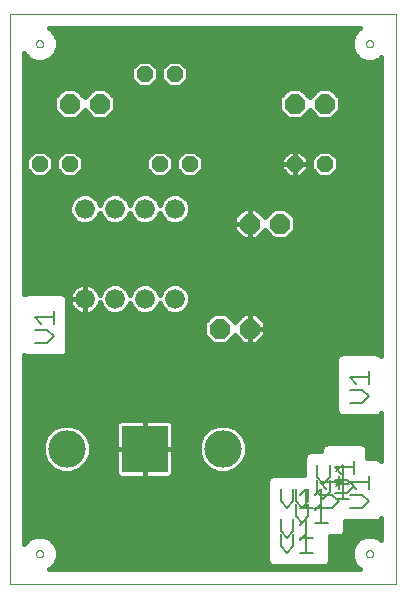
<source format=gtl>
G75*
%MOIN*%
%OFA0B0*%
%FSLAX25Y25*%
%IPPOS*%
%LPD*%
%AMOC8*
5,1,8,0,0,1.08239X$1,22.5*
%
%ADD10C,0.00000*%
%ADD11C,0.00600*%
%ADD12R,0.15600X0.15600*%
%ADD13C,0.12500*%
%ADD14OC8,0.06600*%
%ADD15C,0.06600*%
%ADD16OC8,0.05200*%
%ADD17C,0.01600*%
%ADD18R,0.04000X0.04000*%
D10*
X0006800Y0006800D02*
X0006800Y0196761D01*
X0135501Y0196761D01*
X0135501Y0006800D01*
X0006800Y0006800D01*
X0015600Y0016800D02*
X0015602Y0016869D01*
X0015608Y0016938D01*
X0015618Y0017006D01*
X0015632Y0017074D01*
X0015649Y0017141D01*
X0015671Y0017207D01*
X0015696Y0017271D01*
X0015725Y0017334D01*
X0015758Y0017395D01*
X0015794Y0017454D01*
X0015833Y0017511D01*
X0015876Y0017565D01*
X0015921Y0017617D01*
X0015970Y0017667D01*
X0016021Y0017713D01*
X0016075Y0017756D01*
X0016132Y0017797D01*
X0016190Y0017833D01*
X0016251Y0017867D01*
X0016313Y0017897D01*
X0016377Y0017923D01*
X0016442Y0017945D01*
X0016509Y0017964D01*
X0016577Y0017979D01*
X0016645Y0017990D01*
X0016714Y0017997D01*
X0016783Y0018000D01*
X0016852Y0017999D01*
X0016921Y0017994D01*
X0016989Y0017985D01*
X0017057Y0017972D01*
X0017124Y0017955D01*
X0017191Y0017935D01*
X0017255Y0017910D01*
X0017318Y0017882D01*
X0017380Y0017851D01*
X0017439Y0017815D01*
X0017497Y0017777D01*
X0017552Y0017735D01*
X0017605Y0017690D01*
X0017655Y0017642D01*
X0017702Y0017592D01*
X0017746Y0017538D01*
X0017787Y0017483D01*
X0017825Y0017425D01*
X0017859Y0017365D01*
X0017890Y0017303D01*
X0017917Y0017239D01*
X0017940Y0017174D01*
X0017960Y0017108D01*
X0017976Y0017040D01*
X0017988Y0016972D01*
X0017996Y0016904D01*
X0018000Y0016835D01*
X0018000Y0016765D01*
X0017996Y0016696D01*
X0017988Y0016628D01*
X0017976Y0016560D01*
X0017960Y0016492D01*
X0017940Y0016426D01*
X0017917Y0016361D01*
X0017890Y0016297D01*
X0017859Y0016235D01*
X0017825Y0016175D01*
X0017787Y0016117D01*
X0017746Y0016062D01*
X0017702Y0016008D01*
X0017655Y0015958D01*
X0017605Y0015910D01*
X0017552Y0015865D01*
X0017497Y0015823D01*
X0017439Y0015785D01*
X0017380Y0015749D01*
X0017318Y0015718D01*
X0017255Y0015690D01*
X0017191Y0015665D01*
X0017124Y0015645D01*
X0017057Y0015628D01*
X0016989Y0015615D01*
X0016921Y0015606D01*
X0016852Y0015601D01*
X0016783Y0015600D01*
X0016714Y0015603D01*
X0016645Y0015610D01*
X0016577Y0015621D01*
X0016509Y0015636D01*
X0016442Y0015655D01*
X0016377Y0015677D01*
X0016313Y0015703D01*
X0016251Y0015733D01*
X0016190Y0015767D01*
X0016132Y0015803D01*
X0016075Y0015844D01*
X0016021Y0015887D01*
X0015970Y0015933D01*
X0015921Y0015983D01*
X0015876Y0016035D01*
X0015833Y0016089D01*
X0015794Y0016146D01*
X0015758Y0016205D01*
X0015725Y0016266D01*
X0015696Y0016329D01*
X0015671Y0016393D01*
X0015649Y0016459D01*
X0015632Y0016526D01*
X0015618Y0016594D01*
X0015608Y0016662D01*
X0015602Y0016731D01*
X0015600Y0016800D01*
X0125600Y0016800D02*
X0125602Y0016869D01*
X0125608Y0016938D01*
X0125618Y0017006D01*
X0125632Y0017074D01*
X0125649Y0017141D01*
X0125671Y0017207D01*
X0125696Y0017271D01*
X0125725Y0017334D01*
X0125758Y0017395D01*
X0125794Y0017454D01*
X0125833Y0017511D01*
X0125876Y0017565D01*
X0125921Y0017617D01*
X0125970Y0017667D01*
X0126021Y0017713D01*
X0126075Y0017756D01*
X0126132Y0017797D01*
X0126190Y0017833D01*
X0126251Y0017867D01*
X0126313Y0017897D01*
X0126377Y0017923D01*
X0126442Y0017945D01*
X0126509Y0017964D01*
X0126577Y0017979D01*
X0126645Y0017990D01*
X0126714Y0017997D01*
X0126783Y0018000D01*
X0126852Y0017999D01*
X0126921Y0017994D01*
X0126989Y0017985D01*
X0127057Y0017972D01*
X0127124Y0017955D01*
X0127191Y0017935D01*
X0127255Y0017910D01*
X0127318Y0017882D01*
X0127380Y0017851D01*
X0127439Y0017815D01*
X0127497Y0017777D01*
X0127552Y0017735D01*
X0127605Y0017690D01*
X0127655Y0017642D01*
X0127702Y0017592D01*
X0127746Y0017538D01*
X0127787Y0017483D01*
X0127825Y0017425D01*
X0127859Y0017365D01*
X0127890Y0017303D01*
X0127917Y0017239D01*
X0127940Y0017174D01*
X0127960Y0017108D01*
X0127976Y0017040D01*
X0127988Y0016972D01*
X0127996Y0016904D01*
X0128000Y0016835D01*
X0128000Y0016765D01*
X0127996Y0016696D01*
X0127988Y0016628D01*
X0127976Y0016560D01*
X0127960Y0016492D01*
X0127940Y0016426D01*
X0127917Y0016361D01*
X0127890Y0016297D01*
X0127859Y0016235D01*
X0127825Y0016175D01*
X0127787Y0016117D01*
X0127746Y0016062D01*
X0127702Y0016008D01*
X0127655Y0015958D01*
X0127605Y0015910D01*
X0127552Y0015865D01*
X0127497Y0015823D01*
X0127439Y0015785D01*
X0127380Y0015749D01*
X0127318Y0015718D01*
X0127255Y0015690D01*
X0127191Y0015665D01*
X0127124Y0015645D01*
X0127057Y0015628D01*
X0126989Y0015615D01*
X0126921Y0015606D01*
X0126852Y0015601D01*
X0126783Y0015600D01*
X0126714Y0015603D01*
X0126645Y0015610D01*
X0126577Y0015621D01*
X0126509Y0015636D01*
X0126442Y0015655D01*
X0126377Y0015677D01*
X0126313Y0015703D01*
X0126251Y0015733D01*
X0126190Y0015767D01*
X0126132Y0015803D01*
X0126075Y0015844D01*
X0126021Y0015887D01*
X0125970Y0015933D01*
X0125921Y0015983D01*
X0125876Y0016035D01*
X0125833Y0016089D01*
X0125794Y0016146D01*
X0125758Y0016205D01*
X0125725Y0016266D01*
X0125696Y0016329D01*
X0125671Y0016393D01*
X0125649Y0016459D01*
X0125632Y0016526D01*
X0125618Y0016594D01*
X0125608Y0016662D01*
X0125602Y0016731D01*
X0125600Y0016800D01*
X0125600Y0186800D02*
X0125602Y0186869D01*
X0125608Y0186938D01*
X0125618Y0187006D01*
X0125632Y0187074D01*
X0125649Y0187141D01*
X0125671Y0187207D01*
X0125696Y0187271D01*
X0125725Y0187334D01*
X0125758Y0187395D01*
X0125794Y0187454D01*
X0125833Y0187511D01*
X0125876Y0187565D01*
X0125921Y0187617D01*
X0125970Y0187667D01*
X0126021Y0187713D01*
X0126075Y0187756D01*
X0126132Y0187797D01*
X0126190Y0187833D01*
X0126251Y0187867D01*
X0126313Y0187897D01*
X0126377Y0187923D01*
X0126442Y0187945D01*
X0126509Y0187964D01*
X0126577Y0187979D01*
X0126645Y0187990D01*
X0126714Y0187997D01*
X0126783Y0188000D01*
X0126852Y0187999D01*
X0126921Y0187994D01*
X0126989Y0187985D01*
X0127057Y0187972D01*
X0127124Y0187955D01*
X0127191Y0187935D01*
X0127255Y0187910D01*
X0127318Y0187882D01*
X0127380Y0187851D01*
X0127439Y0187815D01*
X0127497Y0187777D01*
X0127552Y0187735D01*
X0127605Y0187690D01*
X0127655Y0187642D01*
X0127702Y0187592D01*
X0127746Y0187538D01*
X0127787Y0187483D01*
X0127825Y0187425D01*
X0127859Y0187365D01*
X0127890Y0187303D01*
X0127917Y0187239D01*
X0127940Y0187174D01*
X0127960Y0187108D01*
X0127976Y0187040D01*
X0127988Y0186972D01*
X0127996Y0186904D01*
X0128000Y0186835D01*
X0128000Y0186765D01*
X0127996Y0186696D01*
X0127988Y0186628D01*
X0127976Y0186560D01*
X0127960Y0186492D01*
X0127940Y0186426D01*
X0127917Y0186361D01*
X0127890Y0186297D01*
X0127859Y0186235D01*
X0127825Y0186175D01*
X0127787Y0186117D01*
X0127746Y0186062D01*
X0127702Y0186008D01*
X0127655Y0185958D01*
X0127605Y0185910D01*
X0127552Y0185865D01*
X0127497Y0185823D01*
X0127439Y0185785D01*
X0127380Y0185749D01*
X0127318Y0185718D01*
X0127255Y0185690D01*
X0127191Y0185665D01*
X0127124Y0185645D01*
X0127057Y0185628D01*
X0126989Y0185615D01*
X0126921Y0185606D01*
X0126852Y0185601D01*
X0126783Y0185600D01*
X0126714Y0185603D01*
X0126645Y0185610D01*
X0126577Y0185621D01*
X0126509Y0185636D01*
X0126442Y0185655D01*
X0126377Y0185677D01*
X0126313Y0185703D01*
X0126251Y0185733D01*
X0126190Y0185767D01*
X0126132Y0185803D01*
X0126075Y0185844D01*
X0126021Y0185887D01*
X0125970Y0185933D01*
X0125921Y0185983D01*
X0125876Y0186035D01*
X0125833Y0186089D01*
X0125794Y0186146D01*
X0125758Y0186205D01*
X0125725Y0186266D01*
X0125696Y0186329D01*
X0125671Y0186393D01*
X0125649Y0186459D01*
X0125632Y0186526D01*
X0125618Y0186594D01*
X0125608Y0186662D01*
X0125602Y0186731D01*
X0125600Y0186800D01*
X0015600Y0186800D02*
X0015602Y0186869D01*
X0015608Y0186938D01*
X0015618Y0187006D01*
X0015632Y0187074D01*
X0015649Y0187141D01*
X0015671Y0187207D01*
X0015696Y0187271D01*
X0015725Y0187334D01*
X0015758Y0187395D01*
X0015794Y0187454D01*
X0015833Y0187511D01*
X0015876Y0187565D01*
X0015921Y0187617D01*
X0015970Y0187667D01*
X0016021Y0187713D01*
X0016075Y0187756D01*
X0016132Y0187797D01*
X0016190Y0187833D01*
X0016251Y0187867D01*
X0016313Y0187897D01*
X0016377Y0187923D01*
X0016442Y0187945D01*
X0016509Y0187964D01*
X0016577Y0187979D01*
X0016645Y0187990D01*
X0016714Y0187997D01*
X0016783Y0188000D01*
X0016852Y0187999D01*
X0016921Y0187994D01*
X0016989Y0187985D01*
X0017057Y0187972D01*
X0017124Y0187955D01*
X0017191Y0187935D01*
X0017255Y0187910D01*
X0017318Y0187882D01*
X0017380Y0187851D01*
X0017439Y0187815D01*
X0017497Y0187777D01*
X0017552Y0187735D01*
X0017605Y0187690D01*
X0017655Y0187642D01*
X0017702Y0187592D01*
X0017746Y0187538D01*
X0017787Y0187483D01*
X0017825Y0187425D01*
X0017859Y0187365D01*
X0017890Y0187303D01*
X0017917Y0187239D01*
X0017940Y0187174D01*
X0017960Y0187108D01*
X0017976Y0187040D01*
X0017988Y0186972D01*
X0017996Y0186904D01*
X0018000Y0186835D01*
X0018000Y0186765D01*
X0017996Y0186696D01*
X0017988Y0186628D01*
X0017976Y0186560D01*
X0017960Y0186492D01*
X0017940Y0186426D01*
X0017917Y0186361D01*
X0017890Y0186297D01*
X0017859Y0186235D01*
X0017825Y0186175D01*
X0017787Y0186117D01*
X0017746Y0186062D01*
X0017702Y0186008D01*
X0017655Y0185958D01*
X0017605Y0185910D01*
X0017552Y0185865D01*
X0017497Y0185823D01*
X0017439Y0185785D01*
X0017380Y0185749D01*
X0017318Y0185718D01*
X0017255Y0185690D01*
X0017191Y0185665D01*
X0017124Y0185645D01*
X0017057Y0185628D01*
X0016989Y0185615D01*
X0016921Y0185606D01*
X0016852Y0185601D01*
X0016783Y0185600D01*
X0016714Y0185603D01*
X0016645Y0185610D01*
X0016577Y0185621D01*
X0016509Y0185636D01*
X0016442Y0185655D01*
X0016377Y0185677D01*
X0016313Y0185703D01*
X0016251Y0185733D01*
X0016190Y0185767D01*
X0016132Y0185803D01*
X0016075Y0185844D01*
X0016021Y0185887D01*
X0015970Y0185933D01*
X0015921Y0185983D01*
X0015876Y0186035D01*
X0015833Y0186089D01*
X0015794Y0186146D01*
X0015758Y0186205D01*
X0015725Y0186266D01*
X0015696Y0186329D01*
X0015671Y0186393D01*
X0015649Y0186459D01*
X0015632Y0186526D01*
X0015618Y0186594D01*
X0015608Y0186662D01*
X0015602Y0186731D01*
X0015600Y0186800D01*
D11*
X0021500Y0097816D02*
X0021500Y0093545D01*
X0021500Y0095681D02*
X0015095Y0095681D01*
X0017230Y0093545D01*
X0019365Y0091370D02*
X0015095Y0091370D01*
X0015095Y0087100D02*
X0019365Y0087100D01*
X0021500Y0089235D01*
X0019365Y0091370D01*
X0097100Y0038505D02*
X0097100Y0034235D01*
X0099235Y0032100D01*
X0101370Y0034235D01*
X0101370Y0038505D01*
X0102100Y0038505D02*
X0102100Y0034235D01*
X0104235Y0032100D01*
X0106370Y0034235D01*
X0106370Y0038505D01*
X0105681Y0038505D02*
X0105681Y0032100D01*
X0106370Y0033505D02*
X0106370Y0029235D01*
X0104235Y0027100D01*
X0102100Y0029235D01*
X0102100Y0033505D01*
X0102100Y0029235D01*
X0104235Y0027100D01*
X0106370Y0029235D01*
X0106370Y0033505D01*
X0106370Y0029235D01*
X0104235Y0027100D01*
X0102100Y0029235D01*
X0102100Y0033505D01*
X0102100Y0029235D01*
X0104235Y0027100D01*
X0106370Y0029235D01*
X0106370Y0033505D01*
X0106370Y0029235D01*
X0104235Y0027100D01*
X0102100Y0029235D01*
X0102100Y0033505D01*
X0102100Y0029235D01*
X0104235Y0027100D01*
X0106370Y0029235D01*
X0106370Y0033505D01*
X0106370Y0029235D01*
X0104235Y0027100D01*
X0102100Y0029235D01*
X0102100Y0033505D01*
X0102100Y0029235D01*
X0104235Y0027100D01*
X0106370Y0029235D01*
X0106370Y0033505D01*
X0107816Y0032100D02*
X0103545Y0032100D01*
X0105681Y0028505D02*
X0105681Y0022100D01*
X0105681Y0028505D01*
X0103545Y0026370D01*
X0105681Y0028505D01*
X0105681Y0022100D01*
X0105681Y0028505D01*
X0103545Y0026370D01*
X0105681Y0028505D01*
X0108545Y0027100D02*
X0112816Y0027100D01*
X0108545Y0027100D01*
X0112816Y0027100D01*
X0108545Y0027100D01*
X0112816Y0027100D01*
X0108545Y0027100D01*
X0112816Y0027100D01*
X0108545Y0027100D01*
X0110681Y0027100D02*
X0110681Y0033505D01*
X0108545Y0031370D01*
X0110681Y0033505D01*
X0110681Y0027100D01*
X0110681Y0033505D01*
X0108545Y0031370D01*
X0110681Y0033505D01*
X0110681Y0027100D01*
X0110681Y0033505D01*
X0108545Y0031370D01*
X0110681Y0033505D01*
X0110681Y0027100D01*
X0110681Y0033505D01*
X0108545Y0031370D01*
X0110681Y0033505D01*
X0110681Y0027100D01*
X0110681Y0032100D02*
X0110681Y0038505D01*
X0108545Y0036370D01*
X0109209Y0037235D02*
X0111344Y0035100D01*
X0113479Y0037235D01*
X0113479Y0041505D01*
X0113479Y0037235D01*
X0111344Y0035100D01*
X0109209Y0037235D01*
X0109209Y0041505D01*
X0109209Y0037235D01*
X0111344Y0035100D01*
X0113479Y0037235D01*
X0113479Y0041505D01*
X0113479Y0037235D01*
X0111344Y0035100D01*
X0109209Y0037235D01*
X0109209Y0041505D01*
X0109209Y0037235D01*
X0110095Y0036370D02*
X0114365Y0036370D01*
X0116500Y0034235D01*
X0114365Y0032100D01*
X0110095Y0032100D01*
X0108545Y0032100D02*
X0112816Y0032100D01*
X0115654Y0035100D02*
X0119925Y0035100D01*
X0115654Y0035100D01*
X0119925Y0035100D01*
X0115654Y0035100D01*
X0115095Y0037100D02*
X0119365Y0037100D01*
X0121500Y0039235D01*
X0119365Y0041370D01*
X0115095Y0041370D01*
X0119365Y0041370D01*
X0121500Y0039235D01*
X0119365Y0037100D01*
X0115095Y0037100D01*
X0119365Y0037100D01*
X0121500Y0039235D01*
X0119365Y0041370D01*
X0115095Y0041370D01*
X0119365Y0041370D01*
X0121500Y0039235D01*
X0119365Y0037100D01*
X0115095Y0037100D01*
X0119365Y0037100D01*
X0121500Y0039235D01*
X0119365Y0041370D01*
X0115095Y0041370D01*
X0115654Y0040100D02*
X0119925Y0040100D01*
X0120095Y0040681D02*
X0126500Y0040681D01*
X0126500Y0042816D02*
X0126500Y0038545D01*
X0124365Y0036370D02*
X0126500Y0034235D01*
X0124365Y0032100D01*
X0120095Y0032100D01*
X0117790Y0035100D02*
X0117790Y0041505D01*
X0115654Y0039370D01*
X0117790Y0041505D01*
X0117790Y0035100D01*
X0117790Y0041505D01*
X0115654Y0039370D01*
X0117790Y0041505D01*
X0117790Y0035100D01*
X0120095Y0036370D02*
X0124365Y0036370D01*
X0122230Y0038545D02*
X0120095Y0040681D01*
X0117790Y0040100D02*
X0117790Y0046505D01*
X0115654Y0044370D01*
X0115095Y0045681D02*
X0121500Y0045681D01*
X0115095Y0045681D01*
X0117230Y0043545D01*
X0115095Y0045681D01*
X0121500Y0045681D01*
X0115095Y0045681D01*
X0117230Y0043545D01*
X0115095Y0045681D01*
X0121500Y0045681D01*
X0121500Y0047816D02*
X0121500Y0043545D01*
X0121500Y0047816D01*
X0121500Y0043545D01*
X0121500Y0047816D01*
X0121500Y0043545D01*
X0117230Y0043545D02*
X0115095Y0045681D01*
X0113479Y0046505D02*
X0113479Y0042235D01*
X0111344Y0040100D01*
X0109209Y0042235D01*
X0109209Y0046505D01*
X0110095Y0040681D02*
X0116500Y0040681D01*
X0116500Y0042816D02*
X0116500Y0038545D01*
X0112230Y0038545D02*
X0110095Y0040681D01*
X0105681Y0038505D02*
X0103545Y0036370D01*
X0101370Y0028505D02*
X0101370Y0024235D01*
X0099235Y0022100D01*
X0097100Y0024235D01*
X0097100Y0028505D01*
X0097100Y0024235D01*
X0099235Y0022100D01*
X0101370Y0024235D01*
X0101370Y0028505D01*
X0101370Y0024235D01*
X0099235Y0022100D01*
X0097100Y0024235D01*
X0097100Y0028505D01*
X0097100Y0024235D01*
X0099235Y0022100D01*
X0101370Y0024235D01*
X0101370Y0028505D01*
X0101370Y0023505D02*
X0101370Y0019235D01*
X0099235Y0017100D01*
X0097100Y0019235D01*
X0097100Y0023505D01*
X0103545Y0022100D02*
X0107816Y0022100D01*
X0103545Y0022100D01*
X0107816Y0022100D01*
X0103545Y0022100D01*
X0103545Y0021370D02*
X0105681Y0023505D01*
X0105681Y0017100D01*
X0107816Y0017100D02*
X0103545Y0017100D01*
X0120095Y0067100D02*
X0124365Y0067100D01*
X0126500Y0069235D01*
X0124365Y0071370D01*
X0120095Y0071370D01*
X0122230Y0073545D02*
X0120095Y0075681D01*
X0126500Y0075681D01*
X0126500Y0077816D02*
X0126500Y0073545D01*
D12*
X0051800Y0051800D03*
D13*
X0077800Y0051800D03*
X0025800Y0051800D03*
D14*
X0076800Y0091800D03*
X0086800Y0091800D03*
X0086800Y0126800D03*
X0096800Y0126800D03*
X0101800Y0166800D03*
X0111800Y0166800D03*
X0036800Y0166800D03*
X0026800Y0166800D03*
D15*
X0031800Y0131800D03*
X0041800Y0131800D03*
X0051800Y0131800D03*
X0061800Y0131800D03*
X0061800Y0101800D03*
X0051800Y0101800D03*
X0041800Y0101800D03*
X0031800Y0101800D03*
D16*
X0026800Y0146800D03*
X0016800Y0146800D03*
X0051800Y0176800D03*
X0061800Y0176800D03*
X0056800Y0146800D03*
X0066800Y0146800D03*
X0101800Y0146800D03*
X0111800Y0146800D03*
D17*
X0108105Y0144272D02*
X0105495Y0144272D01*
X0106200Y0144977D02*
X0103623Y0142400D01*
X0101800Y0142400D01*
X0101800Y0146800D01*
X0106200Y0146800D01*
X0106200Y0148623D01*
X0103623Y0151200D01*
X0101800Y0151200D01*
X0101800Y0146800D01*
X0101800Y0146800D01*
X0101800Y0146800D01*
X0106200Y0146800D01*
X0106200Y0144977D01*
X0106200Y0145870D02*
X0107400Y0145870D01*
X0107400Y0144977D02*
X0109977Y0142400D01*
X0113623Y0142400D01*
X0116200Y0144977D01*
X0116200Y0148623D01*
X0113623Y0151200D01*
X0109977Y0151200D01*
X0107400Y0148623D01*
X0107400Y0144977D01*
X0107400Y0147469D02*
X0106200Y0147469D01*
X0105755Y0149068D02*
X0107845Y0149068D01*
X0109443Y0150666D02*
X0104156Y0150666D01*
X0101800Y0150666D02*
X0101800Y0150666D01*
X0101800Y0151200D02*
X0099977Y0151200D01*
X0097400Y0148623D01*
X0097400Y0146800D01*
X0101800Y0146800D01*
X0101800Y0146800D01*
X0101800Y0146800D01*
X0101800Y0151200D01*
X0101800Y0149068D02*
X0101800Y0149068D01*
X0101800Y0147469D02*
X0101800Y0147469D01*
X0101800Y0146800D02*
X0097400Y0146800D01*
X0097400Y0144977D01*
X0099977Y0142400D01*
X0101800Y0142400D01*
X0101800Y0146800D01*
X0101800Y0145870D02*
X0101800Y0145870D01*
X0101800Y0144272D02*
X0101800Y0144272D01*
X0101800Y0142673D02*
X0101800Y0142673D01*
X0099704Y0142673D02*
X0068896Y0142673D01*
X0068623Y0142400D02*
X0071200Y0144977D01*
X0071200Y0148623D01*
X0068623Y0151200D01*
X0064977Y0151200D01*
X0062400Y0148623D01*
X0062400Y0144977D01*
X0064977Y0142400D01*
X0068623Y0142400D01*
X0070495Y0144272D02*
X0098105Y0144272D01*
X0097400Y0145870D02*
X0071200Y0145870D01*
X0071200Y0147469D02*
X0097400Y0147469D01*
X0097845Y0149068D02*
X0070755Y0149068D01*
X0069156Y0150666D02*
X0099443Y0150666D01*
X0103896Y0142673D02*
X0109704Y0142673D01*
X0113896Y0142673D02*
X0130701Y0142673D01*
X0130701Y0141075D02*
X0011600Y0141075D01*
X0011600Y0142673D02*
X0014704Y0142673D01*
X0014977Y0142400D02*
X0018623Y0142400D01*
X0021200Y0144977D01*
X0021200Y0148623D01*
X0018623Y0151200D01*
X0014977Y0151200D01*
X0012400Y0148623D01*
X0012400Y0144977D01*
X0014977Y0142400D01*
X0013105Y0144272D02*
X0011600Y0144272D01*
X0011600Y0145870D02*
X0012400Y0145870D01*
X0012400Y0147469D02*
X0011600Y0147469D01*
X0011600Y0149068D02*
X0012845Y0149068D01*
X0011600Y0150666D02*
X0014443Y0150666D01*
X0011600Y0152265D02*
X0130701Y0152265D01*
X0130701Y0153863D02*
X0011600Y0153863D01*
X0011600Y0155462D02*
X0130701Y0155462D01*
X0130701Y0157060D02*
X0011600Y0157060D01*
X0011600Y0158659D02*
X0130701Y0158659D01*
X0130701Y0160257D02*
X0011600Y0160257D01*
X0011600Y0161856D02*
X0024532Y0161856D01*
X0024688Y0161700D02*
X0028912Y0161700D01*
X0031800Y0164588D01*
X0034688Y0161700D01*
X0038912Y0161700D01*
X0041900Y0164688D01*
X0041900Y0168912D01*
X0038912Y0171900D01*
X0034688Y0171900D01*
X0031800Y0169012D01*
X0028912Y0171900D01*
X0024688Y0171900D01*
X0021700Y0168912D01*
X0021700Y0164688D01*
X0024688Y0161700D01*
X0022933Y0163454D02*
X0011600Y0163454D01*
X0011600Y0165053D02*
X0021700Y0165053D01*
X0021700Y0166651D02*
X0011600Y0166651D01*
X0011600Y0168250D02*
X0021700Y0168250D01*
X0022636Y0169848D02*
X0011600Y0169848D01*
X0011600Y0171447D02*
X0024234Y0171447D01*
X0029366Y0171447D02*
X0034234Y0171447D01*
X0032636Y0169848D02*
X0030964Y0169848D01*
X0030667Y0163454D02*
X0032933Y0163454D01*
X0034532Y0161856D02*
X0029068Y0161856D01*
X0028623Y0151200D02*
X0024977Y0151200D01*
X0022400Y0148623D01*
X0022400Y0144977D01*
X0024977Y0142400D01*
X0028623Y0142400D01*
X0031200Y0144977D01*
X0031200Y0148623D01*
X0028623Y0151200D01*
X0029156Y0150666D02*
X0054443Y0150666D01*
X0054977Y0151200D02*
X0052400Y0148623D01*
X0052400Y0144977D01*
X0054977Y0142400D01*
X0058623Y0142400D01*
X0061200Y0144977D01*
X0061200Y0148623D01*
X0058623Y0151200D01*
X0054977Y0151200D01*
X0052845Y0149068D02*
X0030755Y0149068D01*
X0031200Y0147469D02*
X0052400Y0147469D01*
X0052400Y0145870D02*
X0031200Y0145870D01*
X0030495Y0144272D02*
X0053105Y0144272D01*
X0054704Y0142673D02*
X0028896Y0142673D01*
X0024704Y0142673D02*
X0018896Y0142673D01*
X0020495Y0144272D02*
X0023105Y0144272D01*
X0022400Y0145870D02*
X0021200Y0145870D01*
X0021200Y0147469D02*
X0022400Y0147469D01*
X0022845Y0149068D02*
X0020755Y0149068D01*
X0019156Y0150666D02*
X0024443Y0150666D01*
X0030786Y0136900D02*
X0028911Y0136124D01*
X0027476Y0134689D01*
X0026700Y0132814D01*
X0026700Y0130786D01*
X0027476Y0128911D01*
X0028911Y0127476D01*
X0030786Y0126700D01*
X0032814Y0126700D01*
X0034689Y0127476D01*
X0036124Y0128911D01*
X0036800Y0130544D01*
X0037476Y0128911D01*
X0038911Y0127476D01*
X0040786Y0126700D01*
X0042814Y0126700D01*
X0044689Y0127476D01*
X0046124Y0128911D01*
X0046800Y0130544D01*
X0047476Y0128911D01*
X0048911Y0127476D01*
X0050786Y0126700D01*
X0052814Y0126700D01*
X0054689Y0127476D01*
X0056124Y0128911D01*
X0056800Y0130544D01*
X0057476Y0128911D01*
X0058911Y0127476D01*
X0060786Y0126700D01*
X0062814Y0126700D01*
X0064689Y0127476D01*
X0066124Y0128911D01*
X0066900Y0130786D01*
X0066900Y0132814D01*
X0066124Y0134689D01*
X0064689Y0136124D01*
X0062814Y0136900D01*
X0060786Y0136900D01*
X0058911Y0136124D01*
X0057476Y0134689D01*
X0056800Y0133056D01*
X0056124Y0134689D01*
X0054689Y0136124D01*
X0052814Y0136900D01*
X0050786Y0136900D01*
X0048911Y0136124D01*
X0047476Y0134689D01*
X0046800Y0133056D01*
X0046124Y0134689D01*
X0044689Y0136124D01*
X0042814Y0136900D01*
X0040786Y0136900D01*
X0038911Y0136124D01*
X0037476Y0134689D01*
X0036800Y0133056D01*
X0036124Y0134689D01*
X0034689Y0136124D01*
X0032814Y0136900D01*
X0030786Y0136900D01*
X0029287Y0136279D02*
X0011600Y0136279D01*
X0011600Y0134681D02*
X0027473Y0134681D01*
X0026811Y0133082D02*
X0011600Y0133082D01*
X0011600Y0131484D02*
X0026700Y0131484D01*
X0027073Y0129885D02*
X0011600Y0129885D01*
X0011600Y0128287D02*
X0028101Y0128287D01*
X0034313Y0136279D02*
X0039287Y0136279D01*
X0037473Y0134681D02*
X0036127Y0134681D01*
X0036789Y0133082D02*
X0036811Y0133082D01*
X0037073Y0129885D02*
X0036527Y0129885D01*
X0035499Y0128287D02*
X0038101Y0128287D01*
X0044313Y0136279D02*
X0049287Y0136279D01*
X0047473Y0134681D02*
X0046127Y0134681D01*
X0046789Y0133082D02*
X0046811Y0133082D01*
X0047073Y0129885D02*
X0046527Y0129885D01*
X0045499Y0128287D02*
X0048101Y0128287D01*
X0054313Y0136279D02*
X0059287Y0136279D01*
X0057473Y0134681D02*
X0056127Y0134681D01*
X0056789Y0133082D02*
X0056811Y0133082D01*
X0057073Y0129885D02*
X0056527Y0129885D01*
X0055499Y0128287D02*
X0058101Y0128287D01*
X0064313Y0136279D02*
X0130701Y0136279D01*
X0130701Y0134681D02*
X0066127Y0134681D01*
X0066789Y0133082D02*
X0130701Y0133082D01*
X0130701Y0131484D02*
X0099329Y0131484D01*
X0098912Y0131900D02*
X0101900Y0128912D01*
X0101900Y0124688D01*
X0098912Y0121700D01*
X0094688Y0121700D01*
X0091800Y0124588D01*
X0088912Y0121700D01*
X0086800Y0121700D01*
X0086800Y0126800D01*
X0086800Y0126800D01*
X0086800Y0131900D01*
X0088912Y0131900D01*
X0091800Y0129012D01*
X0094688Y0131900D01*
X0098912Y0131900D01*
X0100927Y0129885D02*
X0130701Y0129885D01*
X0130701Y0128287D02*
X0101900Y0128287D01*
X0101900Y0126688D02*
X0130701Y0126688D01*
X0130701Y0125090D02*
X0101900Y0125090D01*
X0100704Y0123491D02*
X0130701Y0123491D01*
X0130701Y0121893D02*
X0099105Y0121893D01*
X0094495Y0121893D02*
X0089105Y0121893D01*
X0090704Y0123491D02*
X0092896Y0123491D01*
X0092673Y0129885D02*
X0090927Y0129885D01*
X0089329Y0131484D02*
X0094271Y0131484D01*
X0086800Y0131484D02*
X0086800Y0131484D01*
X0086800Y0131900D02*
X0084688Y0131900D01*
X0081700Y0128912D01*
X0081700Y0126800D01*
X0086800Y0126800D01*
X0086800Y0131900D01*
X0086800Y0129885D02*
X0086800Y0129885D01*
X0086800Y0128287D02*
X0086800Y0128287D01*
X0086800Y0126800D02*
X0086800Y0126800D01*
X0086800Y0126800D01*
X0086800Y0121700D01*
X0084688Y0121700D01*
X0081700Y0124688D01*
X0081700Y0126800D01*
X0086800Y0126800D01*
X0086800Y0126688D02*
X0086800Y0126688D01*
X0086800Y0125090D02*
X0086800Y0125090D01*
X0086800Y0123491D02*
X0086800Y0123491D01*
X0086800Y0121893D02*
X0086800Y0121893D01*
X0084495Y0121893D02*
X0011600Y0121893D01*
X0011600Y0123491D02*
X0082896Y0123491D01*
X0081700Y0125090D02*
X0011600Y0125090D01*
X0011600Y0126688D02*
X0081700Y0126688D01*
X0081700Y0128287D02*
X0065499Y0128287D01*
X0066527Y0129885D02*
X0082673Y0129885D01*
X0084271Y0131484D02*
X0066900Y0131484D01*
X0064704Y0142673D02*
X0058896Y0142673D01*
X0060495Y0144272D02*
X0063105Y0144272D01*
X0062400Y0145870D02*
X0061200Y0145870D01*
X0061200Y0147469D02*
X0062400Y0147469D01*
X0062845Y0149068D02*
X0060755Y0149068D01*
X0059156Y0150666D02*
X0064443Y0150666D01*
X0063623Y0172400D02*
X0059977Y0172400D01*
X0057400Y0174977D01*
X0057400Y0178623D01*
X0059977Y0181200D01*
X0063623Y0181200D01*
X0066200Y0178623D01*
X0066200Y0174977D01*
X0063623Y0172400D01*
X0064268Y0173045D02*
X0130701Y0173045D01*
X0130701Y0171447D02*
X0114366Y0171447D01*
X0113912Y0171900D02*
X0109688Y0171900D01*
X0106800Y0169012D01*
X0103912Y0171900D01*
X0099688Y0171900D01*
X0096700Y0168912D01*
X0096700Y0164688D01*
X0099688Y0161700D01*
X0103912Y0161700D01*
X0106800Y0164588D01*
X0109688Y0161700D01*
X0113912Y0161700D01*
X0116900Y0164688D01*
X0116900Y0168912D01*
X0113912Y0171900D01*
X0115964Y0169848D02*
X0130701Y0169848D01*
X0130701Y0168250D02*
X0116900Y0168250D01*
X0116900Y0166651D02*
X0130701Y0166651D01*
X0130701Y0165053D02*
X0116900Y0165053D01*
X0115667Y0163454D02*
X0130701Y0163454D01*
X0130701Y0161856D02*
X0114068Y0161856D01*
X0109532Y0161856D02*
X0104068Y0161856D01*
X0105667Y0163454D02*
X0107933Y0163454D01*
X0107636Y0169848D02*
X0105964Y0169848D01*
X0104366Y0171447D02*
X0109234Y0171447D01*
X0099234Y0171447D02*
X0039366Y0171447D01*
X0040964Y0169848D02*
X0097636Y0169848D01*
X0096700Y0168250D02*
X0041900Y0168250D01*
X0041900Y0166651D02*
X0096700Y0166651D01*
X0096700Y0165053D02*
X0041900Y0165053D01*
X0040667Y0163454D02*
X0097933Y0163454D01*
X0099532Y0161856D02*
X0039068Y0161856D01*
X0049977Y0172400D02*
X0047400Y0174977D01*
X0047400Y0178623D01*
X0049977Y0181200D01*
X0053623Y0181200D01*
X0056200Y0178623D01*
X0056200Y0174977D01*
X0053623Y0172400D01*
X0049977Y0172400D01*
X0049332Y0173045D02*
X0011600Y0173045D01*
X0011600Y0174644D02*
X0047734Y0174644D01*
X0047400Y0176242D02*
X0011600Y0176242D01*
X0011600Y0177841D02*
X0047400Y0177841D01*
X0048217Y0179439D02*
X0011600Y0179439D01*
X0011600Y0181038D02*
X0015033Y0181038D01*
X0015607Y0180800D02*
X0017993Y0180800D01*
X0020199Y0181713D01*
X0021887Y0183401D01*
X0022800Y0185607D01*
X0022800Y0187993D01*
X0021887Y0190199D01*
X0020199Y0191887D01*
X0020020Y0191961D01*
X0123580Y0191961D01*
X0123401Y0191887D01*
X0121713Y0190199D01*
X0120800Y0187993D01*
X0120800Y0185607D01*
X0121713Y0183401D01*
X0123401Y0181713D01*
X0125607Y0180800D01*
X0127993Y0180800D01*
X0130199Y0181713D01*
X0130701Y0182216D01*
X0130701Y0082634D01*
X0130633Y0082751D01*
X0130490Y0082938D01*
X0130323Y0083105D01*
X0130135Y0083249D01*
X0129931Y0083367D01*
X0129713Y0083457D01*
X0129485Y0083518D01*
X0129251Y0083549D01*
X0117349Y0083549D01*
X0117115Y0083518D01*
X0116887Y0083457D01*
X0116669Y0083367D01*
X0116464Y0083249D01*
X0116277Y0083105D01*
X0116110Y0082938D01*
X0115967Y0082751D01*
X0115849Y0082547D01*
X0115759Y0082329D01*
X0115697Y0082101D01*
X0115667Y0081867D01*
X0115667Y0064349D01*
X0115697Y0064115D01*
X0115759Y0063887D01*
X0115849Y0063669D01*
X0115967Y0063464D01*
X0116110Y0063277D01*
X0116277Y0063110D01*
X0116464Y0062967D01*
X0116669Y0062849D01*
X0116887Y0062759D01*
X0117115Y0062697D01*
X0117349Y0062667D01*
X0129251Y0062667D01*
X0129485Y0062697D01*
X0129713Y0062759D01*
X0129931Y0062849D01*
X0130135Y0062967D01*
X0130323Y0063110D01*
X0130490Y0063277D01*
X0130633Y0063464D01*
X0130701Y0063582D01*
X0130701Y0047634D01*
X0130633Y0047751D01*
X0130490Y0047938D01*
X0130323Y0048105D01*
X0130135Y0048249D01*
X0129931Y0048367D01*
X0129713Y0048457D01*
X0129485Y0048518D01*
X0129251Y0048549D01*
X0125933Y0048549D01*
X0125933Y0051867D01*
X0125903Y0052101D01*
X0125841Y0052329D01*
X0125751Y0052547D01*
X0125633Y0052751D01*
X0125490Y0052938D01*
X0125323Y0053105D01*
X0125135Y0053249D01*
X0124931Y0053367D01*
X0124713Y0053457D01*
X0124485Y0053518D01*
X0124251Y0053549D01*
X0112349Y0053549D01*
X0112115Y0053518D01*
X0111887Y0053457D01*
X0111669Y0053367D01*
X0111464Y0053249D01*
X0111277Y0053105D01*
X0111110Y0052938D01*
X0110967Y0052751D01*
X0110849Y0052547D01*
X0110759Y0052329D01*
X0110697Y0052101D01*
X0110667Y0051867D01*
X0110667Y0050933D01*
X0106733Y0050933D01*
X0106499Y0050903D01*
X0106271Y0050841D01*
X0106053Y0050751D01*
X0105849Y0050633D01*
X0105662Y0050490D01*
X0105495Y0050323D01*
X0105351Y0050135D01*
X0105233Y0049931D01*
X0105143Y0049713D01*
X0105082Y0049485D01*
X0105051Y0049251D01*
X0105051Y0042933D01*
X0094349Y0042933D01*
X0094115Y0042903D01*
X0093887Y0042841D01*
X0093669Y0042751D01*
X0093464Y0042633D01*
X0093277Y0042490D01*
X0093110Y0042323D01*
X0092967Y0042135D01*
X0092849Y0041931D01*
X0092759Y0041713D01*
X0092697Y0041485D01*
X0092667Y0041251D01*
X0092667Y0014349D01*
X0092697Y0014115D01*
X0092759Y0013887D01*
X0092849Y0013669D01*
X0092967Y0013464D01*
X0093110Y0013277D01*
X0093277Y0013110D01*
X0093464Y0012967D01*
X0093669Y0012849D01*
X0093887Y0012759D01*
X0094115Y0012697D01*
X0094349Y0012667D01*
X0111867Y0012667D01*
X0112101Y0012697D01*
X0112329Y0012759D01*
X0112547Y0012849D01*
X0112751Y0012967D01*
X0112938Y0013110D01*
X0113105Y0013277D01*
X0113249Y0013464D01*
X0113367Y0013669D01*
X0113457Y0013887D01*
X0113518Y0014115D01*
X0113549Y0014349D01*
X0113549Y0022667D01*
X0116867Y0022667D01*
X0117101Y0022697D01*
X0117329Y0022759D01*
X0117547Y0022849D01*
X0117751Y0022967D01*
X0117938Y0023110D01*
X0118105Y0023277D01*
X0118249Y0023464D01*
X0118367Y0023669D01*
X0118457Y0023887D01*
X0118518Y0024115D01*
X0118549Y0024349D01*
X0118549Y0027667D01*
X0129251Y0027667D01*
X0129485Y0027697D01*
X0129713Y0027759D01*
X0129931Y0027849D01*
X0130135Y0027967D01*
X0130323Y0028110D01*
X0130490Y0028277D01*
X0130633Y0028464D01*
X0130701Y0028582D01*
X0130701Y0021384D01*
X0130199Y0021887D01*
X0127993Y0022800D01*
X0125607Y0022800D01*
X0123401Y0021887D01*
X0121713Y0020199D01*
X0120800Y0017993D01*
X0120800Y0015607D01*
X0121713Y0013401D01*
X0123401Y0011713D01*
X0123675Y0011600D01*
X0019925Y0011600D01*
X0020199Y0011713D01*
X0021887Y0013401D01*
X0022800Y0015607D01*
X0022800Y0017993D01*
X0021887Y0020199D01*
X0020199Y0021887D01*
X0017993Y0022800D01*
X0015607Y0022800D01*
X0013401Y0021887D01*
X0011713Y0020199D01*
X0011600Y0019925D01*
X0011600Y0082889D01*
X0011669Y0082849D01*
X0011887Y0082759D01*
X0012115Y0082697D01*
X0012349Y0082667D01*
X0024251Y0082667D01*
X0024485Y0082697D01*
X0024713Y0082759D01*
X0024931Y0082849D01*
X0025135Y0082967D01*
X0025323Y0083110D01*
X0025490Y0083277D01*
X0025633Y0083464D01*
X0025751Y0083669D01*
X0025841Y0083887D01*
X0025903Y0084115D01*
X0025933Y0084349D01*
X0025933Y0101867D01*
X0025903Y0102101D01*
X0025841Y0102329D01*
X0025751Y0102547D01*
X0025633Y0102751D01*
X0025490Y0102938D01*
X0025323Y0103105D01*
X0025135Y0103249D01*
X0024931Y0103367D01*
X0024713Y0103457D01*
X0024485Y0103518D01*
X0024251Y0103549D01*
X0012349Y0103549D01*
X0012115Y0103518D01*
X0011887Y0103457D01*
X0011669Y0103367D01*
X0011600Y0103327D01*
X0011600Y0183675D01*
X0011713Y0183401D01*
X0013401Y0181713D01*
X0015607Y0180800D01*
X0018567Y0181038D02*
X0049815Y0181038D01*
X0053785Y0181038D02*
X0059815Y0181038D01*
X0058217Y0179439D02*
X0055383Y0179439D01*
X0056200Y0177841D02*
X0057400Y0177841D01*
X0057400Y0176242D02*
X0056200Y0176242D01*
X0055866Y0174644D02*
X0057734Y0174644D01*
X0059332Y0173045D02*
X0054268Y0173045D01*
X0063785Y0181038D02*
X0125033Y0181038D01*
X0122478Y0182636D02*
X0021122Y0182636D01*
X0022232Y0184235D02*
X0121368Y0184235D01*
X0120800Y0185833D02*
X0022800Y0185833D01*
X0022800Y0187432D02*
X0120800Y0187432D01*
X0121229Y0189030D02*
X0022371Y0189030D01*
X0021456Y0190629D02*
X0122144Y0190629D01*
X0128567Y0181038D02*
X0130701Y0181038D01*
X0130701Y0179439D02*
X0065383Y0179439D01*
X0066200Y0177841D02*
X0130701Y0177841D01*
X0130701Y0176242D02*
X0066200Y0176242D01*
X0065866Y0174644D02*
X0130701Y0174644D01*
X0130701Y0150666D02*
X0114156Y0150666D01*
X0115755Y0149068D02*
X0130701Y0149068D01*
X0130701Y0147469D02*
X0116200Y0147469D01*
X0116200Y0145870D02*
X0130701Y0145870D01*
X0130701Y0144272D02*
X0115495Y0144272D01*
X0130701Y0139476D02*
X0011600Y0139476D01*
X0011600Y0137878D02*
X0130701Y0137878D01*
X0130701Y0120294D02*
X0011600Y0120294D01*
X0011600Y0118696D02*
X0130701Y0118696D01*
X0130701Y0117097D02*
X0011600Y0117097D01*
X0011600Y0115499D02*
X0130701Y0115499D01*
X0130701Y0113900D02*
X0011600Y0113900D01*
X0011600Y0112302D02*
X0130701Y0112302D01*
X0130701Y0110703D02*
X0011600Y0110703D01*
X0011600Y0109105D02*
X0130701Y0109105D01*
X0130701Y0107506D02*
X0011600Y0107506D01*
X0011600Y0105908D02*
X0028777Y0105908D01*
X0028478Y0105690D02*
X0029127Y0106162D01*
X0029842Y0106526D01*
X0030606Y0106774D01*
X0031399Y0106900D01*
X0031800Y0106900D01*
X0031800Y0101800D01*
X0031800Y0101800D01*
X0031800Y0101800D01*
X0026700Y0101800D01*
X0026700Y0102201D01*
X0026826Y0102994D01*
X0027074Y0103758D01*
X0027438Y0104473D01*
X0027910Y0105122D01*
X0028478Y0105690D01*
X0027355Y0104309D02*
X0011600Y0104309D01*
X0025657Y0102711D02*
X0026781Y0102711D01*
X0026700Y0101800D02*
X0026700Y0101399D01*
X0026826Y0100606D01*
X0027074Y0099842D01*
X0027438Y0099127D01*
X0027910Y0098478D01*
X0028478Y0097910D01*
X0029127Y0097438D01*
X0029842Y0097074D01*
X0030606Y0096826D01*
X0031399Y0096700D01*
X0031800Y0096700D01*
X0032201Y0096700D01*
X0032994Y0096826D01*
X0033758Y0097074D01*
X0034473Y0097438D01*
X0035122Y0097910D01*
X0035690Y0098478D01*
X0036162Y0099127D01*
X0036526Y0099842D01*
X0036774Y0100606D01*
X0037476Y0098911D01*
X0038911Y0097476D01*
X0040786Y0096700D01*
X0042814Y0096700D01*
X0044689Y0097476D01*
X0046124Y0098911D01*
X0046800Y0100544D01*
X0047476Y0098911D01*
X0048911Y0097476D01*
X0050786Y0096700D01*
X0052814Y0096700D01*
X0054689Y0097476D01*
X0056124Y0098911D01*
X0056800Y0100544D01*
X0057476Y0098911D01*
X0058911Y0097476D01*
X0060786Y0096700D01*
X0062814Y0096700D01*
X0064689Y0097476D01*
X0066124Y0098911D01*
X0066900Y0100786D01*
X0066900Y0102814D01*
X0066124Y0104689D01*
X0064689Y0106124D01*
X0062814Y0106900D01*
X0060786Y0106900D01*
X0058911Y0106124D01*
X0057476Y0104689D01*
X0056800Y0103056D01*
X0056124Y0104689D01*
X0054689Y0106124D01*
X0052814Y0106900D01*
X0050786Y0106900D01*
X0048911Y0106124D01*
X0047476Y0104689D01*
X0046800Y0103056D01*
X0046124Y0104689D01*
X0044689Y0106124D01*
X0042814Y0106900D01*
X0040786Y0106900D01*
X0038911Y0106124D01*
X0037476Y0104689D01*
X0036774Y0102994D01*
X0036774Y0102994D01*
X0036526Y0103758D01*
X0036162Y0104473D01*
X0035690Y0105122D01*
X0035122Y0105690D01*
X0034473Y0106162D01*
X0033758Y0106526D01*
X0032994Y0106774D01*
X0032201Y0106900D01*
X0031800Y0106900D01*
X0031800Y0101800D01*
X0031800Y0096700D01*
X0031800Y0101800D01*
X0031800Y0101800D01*
X0026700Y0101800D01*
X0026745Y0101112D02*
X0025933Y0101112D01*
X0025933Y0099514D02*
X0027241Y0099514D01*
X0028472Y0097915D02*
X0025933Y0097915D01*
X0025933Y0096317D02*
X0074104Y0096317D01*
X0074688Y0096900D02*
X0071700Y0093912D01*
X0071700Y0089688D01*
X0074688Y0086700D01*
X0078912Y0086700D01*
X0081800Y0089588D01*
X0084688Y0086700D01*
X0086800Y0086700D01*
X0088912Y0086700D01*
X0091900Y0089688D01*
X0091900Y0091800D01*
X0091900Y0093912D01*
X0088912Y0096900D01*
X0086800Y0096900D01*
X0086800Y0091800D01*
X0091900Y0091800D01*
X0086800Y0091800D01*
X0086800Y0091800D01*
X0086800Y0091800D01*
X0086800Y0086700D01*
X0086800Y0091800D01*
X0086800Y0091800D01*
X0086800Y0096900D01*
X0084688Y0096900D01*
X0081800Y0094012D01*
X0078912Y0096900D01*
X0074688Y0096900D01*
X0072506Y0094718D02*
X0025933Y0094718D01*
X0025933Y0093120D02*
X0071700Y0093120D01*
X0071700Y0091521D02*
X0025933Y0091521D01*
X0025933Y0089923D02*
X0071700Y0089923D01*
X0073063Y0088324D02*
X0025933Y0088324D01*
X0025933Y0086726D02*
X0074662Y0086726D01*
X0078938Y0086726D02*
X0084662Y0086726D01*
X0083063Y0088324D02*
X0080537Y0088324D01*
X0081094Y0094718D02*
X0082506Y0094718D01*
X0084104Y0096317D02*
X0079496Y0096317D01*
X0086800Y0096317D02*
X0086800Y0096317D01*
X0086800Y0094718D02*
X0086800Y0094718D01*
X0086800Y0093120D02*
X0086800Y0093120D01*
X0086800Y0091521D02*
X0086800Y0091521D01*
X0086800Y0089923D02*
X0086800Y0089923D01*
X0086800Y0088324D02*
X0086800Y0088324D01*
X0086800Y0086726D02*
X0086800Y0086726D01*
X0088938Y0086726D02*
X0130701Y0086726D01*
X0130701Y0088324D02*
X0090537Y0088324D01*
X0091900Y0089923D02*
X0130701Y0089923D01*
X0130701Y0091521D02*
X0091900Y0091521D01*
X0091900Y0093120D02*
X0130701Y0093120D01*
X0130701Y0094718D02*
X0091094Y0094718D01*
X0089496Y0096317D02*
X0130701Y0096317D01*
X0130701Y0097915D02*
X0065128Y0097915D01*
X0066373Y0099514D02*
X0130701Y0099514D01*
X0130701Y0101112D02*
X0066900Y0101112D01*
X0066900Y0102711D02*
X0130701Y0102711D01*
X0130701Y0104309D02*
X0066281Y0104309D01*
X0064905Y0105908D02*
X0130701Y0105908D01*
X0130701Y0085127D02*
X0025933Y0085127D01*
X0025670Y0083529D02*
X0117193Y0083529D01*
X0115675Y0081930D02*
X0011600Y0081930D01*
X0011600Y0080332D02*
X0115667Y0080332D01*
X0115667Y0078733D02*
X0011600Y0078733D01*
X0011600Y0077134D02*
X0115667Y0077134D01*
X0115667Y0075536D02*
X0011600Y0075536D01*
X0011600Y0073937D02*
X0115667Y0073937D01*
X0115667Y0072339D02*
X0011600Y0072339D01*
X0011600Y0070740D02*
X0115667Y0070740D01*
X0115667Y0069142D02*
X0011600Y0069142D01*
X0011600Y0067543D02*
X0115667Y0067543D01*
X0115667Y0065945D02*
X0011600Y0065945D01*
X0011600Y0064346D02*
X0115667Y0064346D01*
X0116927Y0062748D02*
X0011600Y0062748D01*
X0011600Y0061149D02*
X0043084Y0061149D01*
X0042895Y0061040D02*
X0043305Y0061277D01*
X0043763Y0061400D01*
X0051800Y0061400D01*
X0059837Y0061400D01*
X0060295Y0061277D01*
X0060705Y0061040D01*
X0061040Y0060705D01*
X0061277Y0060295D01*
X0061400Y0059837D01*
X0061400Y0051800D01*
X0051800Y0051800D01*
X0051800Y0051800D01*
X0051800Y0051800D01*
X0051800Y0061400D01*
X0051800Y0051800D01*
X0061400Y0051800D01*
X0061400Y0043763D01*
X0061277Y0043305D01*
X0061040Y0042895D01*
X0060705Y0042560D01*
X0060295Y0042323D01*
X0059837Y0042200D01*
X0051800Y0042200D01*
X0051800Y0051800D01*
X0051800Y0051800D01*
X0051800Y0051800D01*
X0042200Y0051800D01*
X0042200Y0059837D01*
X0042323Y0060295D01*
X0042560Y0060705D01*
X0042895Y0061040D01*
X0042200Y0059551D02*
X0028123Y0059551D01*
X0027401Y0059850D02*
X0024199Y0059850D01*
X0021240Y0058624D01*
X0018976Y0056360D01*
X0017750Y0053401D01*
X0017750Y0050199D01*
X0018976Y0047240D01*
X0021240Y0044976D01*
X0024199Y0043750D01*
X0027401Y0043750D01*
X0030360Y0044976D01*
X0032624Y0047240D01*
X0033850Y0050199D01*
X0033850Y0053401D01*
X0032624Y0056360D01*
X0030360Y0058624D01*
X0027401Y0059850D01*
X0031032Y0057952D02*
X0042200Y0057952D01*
X0042200Y0056354D02*
X0032627Y0056354D01*
X0033289Y0054755D02*
X0042200Y0054755D01*
X0042200Y0053157D02*
X0033850Y0053157D01*
X0033850Y0051558D02*
X0042200Y0051558D01*
X0042200Y0051800D02*
X0042200Y0043763D01*
X0042323Y0043305D01*
X0042560Y0042895D01*
X0042895Y0042560D01*
X0043305Y0042323D01*
X0043763Y0042200D01*
X0051800Y0042200D01*
X0051800Y0051800D01*
X0042200Y0051800D01*
X0042200Y0049960D02*
X0033751Y0049960D01*
X0033089Y0048361D02*
X0042200Y0048361D01*
X0042200Y0046763D02*
X0032147Y0046763D01*
X0030549Y0045164D02*
X0042200Y0045164D01*
X0042253Y0043566D02*
X0011600Y0043566D01*
X0011600Y0045164D02*
X0021051Y0045164D01*
X0019453Y0046763D02*
X0011600Y0046763D01*
X0011600Y0048361D02*
X0018511Y0048361D01*
X0017849Y0049960D02*
X0011600Y0049960D01*
X0011600Y0051558D02*
X0017750Y0051558D01*
X0017750Y0053157D02*
X0011600Y0053157D01*
X0011600Y0054755D02*
X0018311Y0054755D01*
X0018973Y0056354D02*
X0011600Y0056354D01*
X0011600Y0057952D02*
X0020568Y0057952D01*
X0023477Y0059551D02*
X0011600Y0059551D01*
X0011600Y0041967D02*
X0092870Y0041967D01*
X0092667Y0040369D02*
X0011600Y0040369D01*
X0011600Y0038770D02*
X0092667Y0038770D01*
X0092667Y0037172D02*
X0011600Y0037172D01*
X0011600Y0035573D02*
X0092667Y0035573D01*
X0092667Y0033975D02*
X0011600Y0033975D01*
X0011600Y0032376D02*
X0092667Y0032376D01*
X0092667Y0030778D02*
X0011600Y0030778D01*
X0011600Y0029179D02*
X0092667Y0029179D01*
X0092667Y0027581D02*
X0011600Y0027581D01*
X0011600Y0025982D02*
X0092667Y0025982D01*
X0092667Y0024384D02*
X0011600Y0024384D01*
X0011600Y0022785D02*
X0015571Y0022785D01*
X0018029Y0022785D02*
X0092667Y0022785D01*
X0092667Y0021187D02*
X0020899Y0021187D01*
X0022139Y0019588D02*
X0092667Y0019588D01*
X0092667Y0017990D02*
X0022800Y0017990D01*
X0022800Y0016391D02*
X0092667Y0016391D01*
X0092667Y0014793D02*
X0022463Y0014793D01*
X0021679Y0013194D02*
X0093194Y0013194D01*
X0113022Y0013194D02*
X0121921Y0013194D01*
X0121137Y0014793D02*
X0113549Y0014793D01*
X0113549Y0016391D02*
X0120800Y0016391D01*
X0120800Y0017990D02*
X0113549Y0017990D01*
X0113549Y0019588D02*
X0121461Y0019588D01*
X0122701Y0021187D02*
X0113549Y0021187D01*
X0117393Y0022785D02*
X0125571Y0022785D01*
X0128029Y0022785D02*
X0130701Y0022785D01*
X0130701Y0024384D02*
X0118549Y0024384D01*
X0118549Y0025982D02*
X0130701Y0025982D01*
X0130701Y0027581D02*
X0118549Y0027581D01*
X0105051Y0043566D02*
X0061347Y0043566D01*
X0061400Y0045164D02*
X0073051Y0045164D01*
X0073240Y0044976D02*
X0070976Y0047240D01*
X0069750Y0050199D01*
X0069750Y0053401D01*
X0070976Y0056360D01*
X0073240Y0058624D01*
X0076199Y0059850D01*
X0079401Y0059850D01*
X0082360Y0058624D01*
X0084624Y0056360D01*
X0085850Y0053401D01*
X0085850Y0050199D01*
X0084624Y0047240D01*
X0082360Y0044976D01*
X0079401Y0043750D01*
X0076199Y0043750D01*
X0073240Y0044976D01*
X0071453Y0046763D02*
X0061400Y0046763D01*
X0061400Y0048361D02*
X0070511Y0048361D01*
X0069849Y0049960D02*
X0061400Y0049960D01*
X0061400Y0051558D02*
X0069750Y0051558D01*
X0069750Y0053157D02*
X0061400Y0053157D01*
X0061400Y0054755D02*
X0070311Y0054755D01*
X0070973Y0056354D02*
X0061400Y0056354D01*
X0061400Y0057952D02*
X0072568Y0057952D01*
X0075477Y0059551D02*
X0061400Y0059551D01*
X0060516Y0061149D02*
X0130701Y0061149D01*
X0130701Y0059551D02*
X0080123Y0059551D01*
X0083032Y0057952D02*
X0130701Y0057952D01*
X0130701Y0056354D02*
X0084627Y0056354D01*
X0085289Y0054755D02*
X0130701Y0054755D01*
X0130701Y0053157D02*
X0125255Y0053157D01*
X0125933Y0051558D02*
X0130701Y0051558D01*
X0130701Y0049960D02*
X0125933Y0049960D01*
X0129941Y0048361D02*
X0130701Y0048361D01*
X0130701Y0062748D02*
X0129673Y0062748D01*
X0129407Y0083529D02*
X0130701Y0083529D01*
X0111345Y0053157D02*
X0085850Y0053157D01*
X0085850Y0051558D02*
X0110667Y0051558D01*
X0105250Y0049960D02*
X0085751Y0049960D01*
X0085089Y0048361D02*
X0105051Y0048361D01*
X0105051Y0046763D02*
X0084147Y0046763D01*
X0082549Y0045164D02*
X0105051Y0045164D01*
X0058472Y0097915D02*
X0055128Y0097915D01*
X0056373Y0099514D02*
X0057227Y0099514D01*
X0057319Y0104309D02*
X0056281Y0104309D01*
X0054905Y0105908D02*
X0058695Y0105908D01*
X0048695Y0105908D02*
X0044905Y0105908D01*
X0046281Y0104309D02*
X0047319Y0104309D01*
X0047227Y0099514D02*
X0046373Y0099514D01*
X0045128Y0097915D02*
X0048472Y0097915D01*
X0038472Y0097915D02*
X0035128Y0097915D01*
X0036359Y0099514D02*
X0037227Y0099514D01*
X0036774Y0100606D02*
X0036774Y0100606D01*
X0036245Y0104309D02*
X0037319Y0104309D01*
X0038695Y0105908D02*
X0034823Y0105908D01*
X0031800Y0105908D02*
X0031800Y0105908D01*
X0031800Y0104309D02*
X0031800Y0104309D01*
X0031800Y0102711D02*
X0031800Y0102711D01*
X0031800Y0101112D02*
X0031800Y0101112D01*
X0031800Y0099514D02*
X0031800Y0099514D01*
X0031800Y0097915D02*
X0031800Y0097915D01*
X0051800Y0061149D02*
X0051800Y0061149D01*
X0051800Y0059551D02*
X0051800Y0059551D01*
X0051800Y0057952D02*
X0051800Y0057952D01*
X0051800Y0056354D02*
X0051800Y0056354D01*
X0051800Y0054755D02*
X0051800Y0054755D01*
X0051800Y0053157D02*
X0051800Y0053157D01*
X0051800Y0051558D02*
X0051800Y0051558D01*
X0051800Y0049960D02*
X0051800Y0049960D01*
X0051800Y0048361D02*
X0051800Y0048361D01*
X0051800Y0046763D02*
X0051800Y0046763D01*
X0051800Y0045164D02*
X0051800Y0045164D01*
X0051800Y0043566D02*
X0051800Y0043566D01*
X0012701Y0021187D02*
X0011600Y0021187D01*
X0011600Y0182636D02*
X0012478Y0182636D01*
D18*
X0106800Y0066800D03*
X0121800Y0091800D03*
X0121800Y0116800D03*
M02*

</source>
